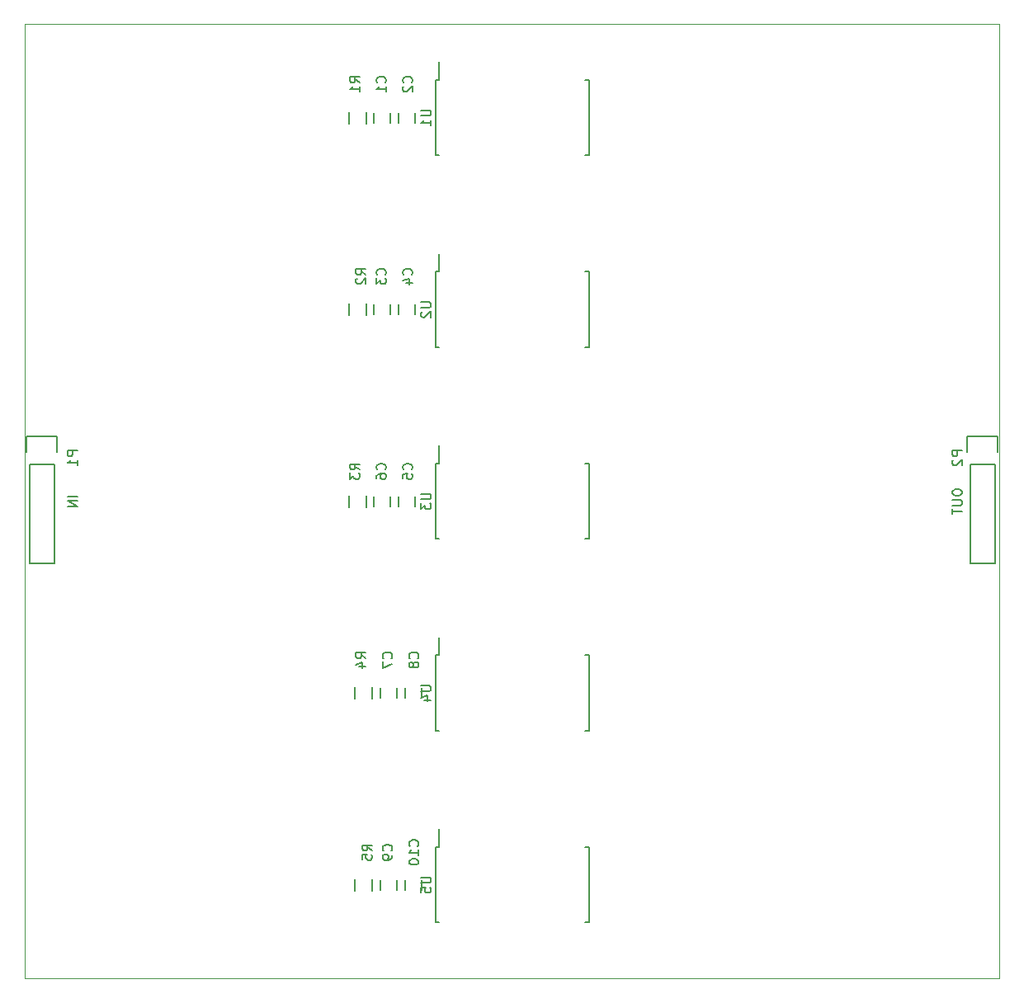
<source format=gbo>
G04 #@! TF.FileFunction,Legend,Bot*
%FSLAX46Y46*%
G04 Gerber Fmt 4.6, Leading zero omitted, Abs format (unit mm)*
G04 Created by KiCad (PCBNEW 4.0.2-stable) date 11/09/2016 10:57:48*
%MOMM*%
G01*
G04 APERTURE LIST*
%ADD10C,0.150000*%
%ADD11C,0.100000*%
%ADD12C,1.778000*%
%ADD13R,1.250000X1.000000*%
%ADD14C,4.500880*%
%ADD15R,2.032000X1.727200*%
%ADD16O,2.032000X1.727200*%
%ADD17R,1.300000X0.700000*%
%ADD18R,0.600000X2.000000*%
G04 APERTURE END LIST*
D10*
D11*
X50800000Y-29000000D02*
X50800000Y-127000000D01*
X150800000Y-29000000D02*
X150800000Y-127000000D01*
X50800000Y-29000000D02*
X150800000Y-29000000D01*
X150800000Y-127000000D02*
X50800000Y-127000000D01*
D10*
X88315000Y-38130000D02*
X88315000Y-39130000D01*
X86615000Y-39130000D02*
X86615000Y-38130000D01*
X90855000Y-38130000D02*
X90855000Y-39130000D01*
X89155000Y-39130000D02*
X89155000Y-38130000D01*
X88315000Y-57815000D02*
X88315000Y-58815000D01*
X86615000Y-58815000D02*
X86615000Y-57815000D01*
X90855000Y-57815000D02*
X90855000Y-58815000D01*
X89155000Y-58815000D02*
X89155000Y-57815000D01*
X90855000Y-77500000D02*
X90855000Y-78500000D01*
X89155000Y-78500000D02*
X89155000Y-77500000D01*
X88315000Y-77500000D02*
X88315000Y-78500000D01*
X86615000Y-78500000D02*
X86615000Y-77500000D01*
X88950000Y-97185000D02*
X88950000Y-98185000D01*
X87250000Y-98185000D02*
X87250000Y-97185000D01*
X91490000Y-97185000D02*
X91490000Y-98185000D01*
X89790000Y-98185000D02*
X89790000Y-97185000D01*
X88950000Y-116870000D02*
X88950000Y-117870000D01*
X87250000Y-117870000D02*
X87250000Y-116870000D01*
X91490000Y-116870000D02*
X91490000Y-117870000D01*
X89790000Y-117870000D02*
X89790000Y-116870000D01*
X53810000Y-74190000D02*
X53810000Y-84350000D01*
X53810000Y-84350000D02*
X51270000Y-84350000D01*
X51270000Y-84350000D02*
X51270000Y-74190000D01*
X54090000Y-71370000D02*
X54090000Y-72920000D01*
X53810000Y-74190000D02*
X51270000Y-74190000D01*
X50990000Y-72920000D02*
X50990000Y-71370000D01*
X50990000Y-71370000D02*
X54090000Y-71370000D01*
X150330000Y-74190000D02*
X150330000Y-84350000D01*
X150330000Y-84350000D02*
X147790000Y-84350000D01*
X147790000Y-84350000D02*
X147790000Y-74190000D01*
X150610000Y-71370000D02*
X150610000Y-72920000D01*
X150330000Y-74190000D02*
X147790000Y-74190000D01*
X147510000Y-72920000D02*
X147510000Y-71370000D01*
X147510000Y-71370000D02*
X150610000Y-71370000D01*
X84050000Y-38030000D02*
X84050000Y-39230000D01*
X85800000Y-39230000D02*
X85800000Y-38030000D01*
X84050000Y-57715000D02*
X84050000Y-58915000D01*
X85800000Y-58915000D02*
X85800000Y-57715000D01*
X84050000Y-77400000D02*
X84050000Y-78600000D01*
X85800000Y-78600000D02*
X85800000Y-77400000D01*
X84685000Y-97085000D02*
X84685000Y-98285000D01*
X86435000Y-98285000D02*
X86435000Y-97085000D01*
X84685000Y-116770000D02*
X84685000Y-117970000D01*
X86435000Y-117970000D02*
X86435000Y-116770000D01*
X92925000Y-34755000D02*
X93290000Y-34755000D01*
X92925000Y-42505000D02*
X93290000Y-42505000D01*
X108675000Y-42505000D02*
X108310000Y-42505000D01*
X108675000Y-34755000D02*
X108310000Y-34755000D01*
X92925000Y-34755000D02*
X92925000Y-42505000D01*
X108675000Y-34755000D02*
X108675000Y-42505000D01*
X93290000Y-34755000D02*
X93290000Y-32930000D01*
X92925000Y-54440000D02*
X93290000Y-54440000D01*
X92925000Y-62190000D02*
X93290000Y-62190000D01*
X108675000Y-62190000D02*
X108310000Y-62190000D01*
X108675000Y-54440000D02*
X108310000Y-54440000D01*
X92925000Y-54440000D02*
X92925000Y-62190000D01*
X108675000Y-54440000D02*
X108675000Y-62190000D01*
X93290000Y-54440000D02*
X93290000Y-52615000D01*
X92925000Y-74125000D02*
X93290000Y-74125000D01*
X92925000Y-81875000D02*
X93290000Y-81875000D01*
X108675000Y-81875000D02*
X108310000Y-81875000D01*
X108675000Y-74125000D02*
X108310000Y-74125000D01*
X92925000Y-74125000D02*
X92925000Y-81875000D01*
X108675000Y-74125000D02*
X108675000Y-81875000D01*
X93290000Y-74125000D02*
X93290000Y-72300000D01*
X92925000Y-93810000D02*
X93290000Y-93810000D01*
X92925000Y-101560000D02*
X93290000Y-101560000D01*
X108675000Y-101560000D02*
X108310000Y-101560000D01*
X108675000Y-93810000D02*
X108310000Y-93810000D01*
X92925000Y-93810000D02*
X92925000Y-101560000D01*
X108675000Y-93810000D02*
X108675000Y-101560000D01*
X93290000Y-93810000D02*
X93290000Y-91985000D01*
X92925000Y-113495000D02*
X93290000Y-113495000D01*
X92925000Y-121245000D02*
X93290000Y-121245000D01*
X108675000Y-121245000D02*
X108310000Y-121245000D01*
X108675000Y-113495000D02*
X108310000Y-113495000D01*
X92925000Y-113495000D02*
X92925000Y-121245000D01*
X108675000Y-113495000D02*
X108675000Y-121245000D01*
X93290000Y-113495000D02*
X93290000Y-111670000D01*
X87762143Y-35023334D02*
X87809762Y-34975715D01*
X87857381Y-34832858D01*
X87857381Y-34737620D01*
X87809762Y-34594762D01*
X87714524Y-34499524D01*
X87619286Y-34451905D01*
X87428810Y-34404286D01*
X87285952Y-34404286D01*
X87095476Y-34451905D01*
X87000238Y-34499524D01*
X86905000Y-34594762D01*
X86857381Y-34737620D01*
X86857381Y-34832858D01*
X86905000Y-34975715D01*
X86952619Y-35023334D01*
X87857381Y-35975715D02*
X87857381Y-35404286D01*
X87857381Y-35690000D02*
X86857381Y-35690000D01*
X87000238Y-35594762D01*
X87095476Y-35499524D01*
X87143095Y-35404286D01*
X90477143Y-35023334D02*
X90524762Y-34975715D01*
X90572381Y-34832858D01*
X90572381Y-34737620D01*
X90524762Y-34594762D01*
X90429524Y-34499524D01*
X90334286Y-34451905D01*
X90143810Y-34404286D01*
X90000952Y-34404286D01*
X89810476Y-34451905D01*
X89715238Y-34499524D01*
X89620000Y-34594762D01*
X89572381Y-34737620D01*
X89572381Y-34832858D01*
X89620000Y-34975715D01*
X89667619Y-35023334D01*
X89667619Y-35404286D02*
X89620000Y-35451905D01*
X89572381Y-35547143D01*
X89572381Y-35785239D01*
X89620000Y-35880477D01*
X89667619Y-35928096D01*
X89762857Y-35975715D01*
X89858095Y-35975715D01*
X90000952Y-35928096D01*
X90572381Y-35356667D01*
X90572381Y-35975715D01*
X87762143Y-54758334D02*
X87809762Y-54710715D01*
X87857381Y-54567858D01*
X87857381Y-54472620D01*
X87809762Y-54329762D01*
X87714524Y-54234524D01*
X87619286Y-54186905D01*
X87428810Y-54139286D01*
X87285952Y-54139286D01*
X87095476Y-54186905D01*
X87000238Y-54234524D01*
X86905000Y-54329762D01*
X86857381Y-54472620D01*
X86857381Y-54567858D01*
X86905000Y-54710715D01*
X86952619Y-54758334D01*
X86857381Y-55091667D02*
X86857381Y-55710715D01*
X87238333Y-55377381D01*
X87238333Y-55520239D01*
X87285952Y-55615477D01*
X87333571Y-55663096D01*
X87428810Y-55710715D01*
X87666905Y-55710715D01*
X87762143Y-55663096D01*
X87809762Y-55615477D01*
X87857381Y-55520239D01*
X87857381Y-55234524D01*
X87809762Y-55139286D01*
X87762143Y-55091667D01*
X90477143Y-54758334D02*
X90524762Y-54710715D01*
X90572381Y-54567858D01*
X90572381Y-54472620D01*
X90524762Y-54329762D01*
X90429524Y-54234524D01*
X90334286Y-54186905D01*
X90143810Y-54139286D01*
X90000952Y-54139286D01*
X89810476Y-54186905D01*
X89715238Y-54234524D01*
X89620000Y-54329762D01*
X89572381Y-54472620D01*
X89572381Y-54567858D01*
X89620000Y-54710715D01*
X89667619Y-54758334D01*
X89905714Y-55615477D02*
X90572381Y-55615477D01*
X89524762Y-55377381D02*
X90239048Y-55139286D01*
X90239048Y-55758334D01*
X90477143Y-74763334D02*
X90524762Y-74715715D01*
X90572381Y-74572858D01*
X90572381Y-74477620D01*
X90524762Y-74334762D01*
X90429524Y-74239524D01*
X90334286Y-74191905D01*
X90143810Y-74144286D01*
X90000952Y-74144286D01*
X89810476Y-74191905D01*
X89715238Y-74239524D01*
X89620000Y-74334762D01*
X89572381Y-74477620D01*
X89572381Y-74572858D01*
X89620000Y-74715715D01*
X89667619Y-74763334D01*
X89572381Y-75668096D02*
X89572381Y-75191905D01*
X90048571Y-75144286D01*
X90000952Y-75191905D01*
X89953333Y-75287143D01*
X89953333Y-75525239D01*
X90000952Y-75620477D01*
X90048571Y-75668096D01*
X90143810Y-75715715D01*
X90381905Y-75715715D01*
X90477143Y-75668096D01*
X90524762Y-75620477D01*
X90572381Y-75525239D01*
X90572381Y-75287143D01*
X90524762Y-75191905D01*
X90477143Y-75144286D01*
X87762143Y-74763334D02*
X87809762Y-74715715D01*
X87857381Y-74572858D01*
X87857381Y-74477620D01*
X87809762Y-74334762D01*
X87714524Y-74239524D01*
X87619286Y-74191905D01*
X87428810Y-74144286D01*
X87285952Y-74144286D01*
X87095476Y-74191905D01*
X87000238Y-74239524D01*
X86905000Y-74334762D01*
X86857381Y-74477620D01*
X86857381Y-74572858D01*
X86905000Y-74715715D01*
X86952619Y-74763334D01*
X86857381Y-75620477D02*
X86857381Y-75430000D01*
X86905000Y-75334762D01*
X86952619Y-75287143D01*
X87095476Y-75191905D01*
X87285952Y-75144286D01*
X87666905Y-75144286D01*
X87762143Y-75191905D01*
X87809762Y-75239524D01*
X87857381Y-75334762D01*
X87857381Y-75525239D01*
X87809762Y-75620477D01*
X87762143Y-75668096D01*
X87666905Y-75715715D01*
X87428810Y-75715715D01*
X87333571Y-75668096D01*
X87285952Y-75620477D01*
X87238333Y-75525239D01*
X87238333Y-75334762D01*
X87285952Y-75239524D01*
X87333571Y-75191905D01*
X87428810Y-75144286D01*
X88397143Y-94133334D02*
X88444762Y-94085715D01*
X88492381Y-93942858D01*
X88492381Y-93847620D01*
X88444762Y-93704762D01*
X88349524Y-93609524D01*
X88254286Y-93561905D01*
X88063810Y-93514286D01*
X87920952Y-93514286D01*
X87730476Y-93561905D01*
X87635238Y-93609524D01*
X87540000Y-93704762D01*
X87492381Y-93847620D01*
X87492381Y-93942858D01*
X87540000Y-94085715D01*
X87587619Y-94133334D01*
X87492381Y-94466667D02*
X87492381Y-95133334D01*
X88492381Y-94704762D01*
X91112143Y-94133334D02*
X91159762Y-94085715D01*
X91207381Y-93942858D01*
X91207381Y-93847620D01*
X91159762Y-93704762D01*
X91064524Y-93609524D01*
X90969286Y-93561905D01*
X90778810Y-93514286D01*
X90635952Y-93514286D01*
X90445476Y-93561905D01*
X90350238Y-93609524D01*
X90255000Y-93704762D01*
X90207381Y-93847620D01*
X90207381Y-93942858D01*
X90255000Y-94085715D01*
X90302619Y-94133334D01*
X90635952Y-94704762D02*
X90588333Y-94609524D01*
X90540714Y-94561905D01*
X90445476Y-94514286D01*
X90397857Y-94514286D01*
X90302619Y-94561905D01*
X90255000Y-94609524D01*
X90207381Y-94704762D01*
X90207381Y-94895239D01*
X90255000Y-94990477D01*
X90302619Y-95038096D01*
X90397857Y-95085715D01*
X90445476Y-95085715D01*
X90540714Y-95038096D01*
X90588333Y-94990477D01*
X90635952Y-94895239D01*
X90635952Y-94704762D01*
X90683571Y-94609524D01*
X90731190Y-94561905D01*
X90826429Y-94514286D01*
X91016905Y-94514286D01*
X91112143Y-94561905D01*
X91159762Y-94609524D01*
X91207381Y-94704762D01*
X91207381Y-94895239D01*
X91159762Y-94990477D01*
X91112143Y-95038096D01*
X91016905Y-95085715D01*
X90826429Y-95085715D01*
X90731190Y-95038096D01*
X90683571Y-94990477D01*
X90635952Y-94895239D01*
X88397143Y-113868334D02*
X88444762Y-113820715D01*
X88492381Y-113677858D01*
X88492381Y-113582620D01*
X88444762Y-113439762D01*
X88349524Y-113344524D01*
X88254286Y-113296905D01*
X88063810Y-113249286D01*
X87920952Y-113249286D01*
X87730476Y-113296905D01*
X87635238Y-113344524D01*
X87540000Y-113439762D01*
X87492381Y-113582620D01*
X87492381Y-113677858D01*
X87540000Y-113820715D01*
X87587619Y-113868334D01*
X88492381Y-114344524D02*
X88492381Y-114535000D01*
X88444762Y-114630239D01*
X88397143Y-114677858D01*
X88254286Y-114773096D01*
X88063810Y-114820715D01*
X87682857Y-114820715D01*
X87587619Y-114773096D01*
X87540000Y-114725477D01*
X87492381Y-114630239D01*
X87492381Y-114439762D01*
X87540000Y-114344524D01*
X87587619Y-114296905D01*
X87682857Y-114249286D01*
X87920952Y-114249286D01*
X88016190Y-114296905D01*
X88063810Y-114344524D01*
X88111429Y-114439762D01*
X88111429Y-114630239D01*
X88063810Y-114725477D01*
X88016190Y-114773096D01*
X87920952Y-114820715D01*
X91112143Y-113392143D02*
X91159762Y-113344524D01*
X91207381Y-113201667D01*
X91207381Y-113106429D01*
X91159762Y-112963571D01*
X91064524Y-112868333D01*
X90969286Y-112820714D01*
X90778810Y-112773095D01*
X90635952Y-112773095D01*
X90445476Y-112820714D01*
X90350238Y-112868333D01*
X90255000Y-112963571D01*
X90207381Y-113106429D01*
X90207381Y-113201667D01*
X90255000Y-113344524D01*
X90302619Y-113392143D01*
X91207381Y-114344524D02*
X91207381Y-113773095D01*
X91207381Y-114058809D02*
X90207381Y-114058809D01*
X90350238Y-113963571D01*
X90445476Y-113868333D01*
X90493095Y-113773095D01*
X90207381Y-114963571D02*
X90207381Y-115058810D01*
X90255000Y-115154048D01*
X90302619Y-115201667D01*
X90397857Y-115249286D01*
X90588333Y-115296905D01*
X90826429Y-115296905D01*
X91016905Y-115249286D01*
X91112143Y-115201667D01*
X91159762Y-115154048D01*
X91207381Y-115058810D01*
X91207381Y-114963571D01*
X91159762Y-114868333D01*
X91112143Y-114820714D01*
X91016905Y-114773095D01*
X90826429Y-114725476D01*
X90588333Y-114725476D01*
X90397857Y-114773095D01*
X90302619Y-114820714D01*
X90255000Y-114868333D01*
X90207381Y-114963571D01*
X56167381Y-72816905D02*
X55167381Y-72816905D01*
X55167381Y-73197858D01*
X55215000Y-73293096D01*
X55262619Y-73340715D01*
X55357857Y-73388334D01*
X55500714Y-73388334D01*
X55595952Y-73340715D01*
X55643571Y-73293096D01*
X55691190Y-73197858D01*
X55691190Y-72816905D01*
X56167381Y-74340715D02*
X56167381Y-73769286D01*
X56167381Y-74055000D02*
X55167381Y-74055000D01*
X55310238Y-73959762D01*
X55405476Y-73864524D01*
X55453095Y-73769286D01*
X56167381Y-77476191D02*
X55167381Y-77476191D01*
X56167381Y-77952381D02*
X55167381Y-77952381D01*
X56167381Y-78523810D01*
X55167381Y-78523810D01*
X146972381Y-72816905D02*
X145972381Y-72816905D01*
X145972381Y-73197858D01*
X146020000Y-73293096D01*
X146067619Y-73340715D01*
X146162857Y-73388334D01*
X146305714Y-73388334D01*
X146400952Y-73340715D01*
X146448571Y-73293096D01*
X146496190Y-73197858D01*
X146496190Y-72816905D01*
X146067619Y-73769286D02*
X146020000Y-73816905D01*
X145972381Y-73912143D01*
X145972381Y-74150239D01*
X146020000Y-74245477D01*
X146067619Y-74293096D01*
X146162857Y-74340715D01*
X146258095Y-74340715D01*
X146400952Y-74293096D01*
X146972381Y-73721667D01*
X146972381Y-74340715D01*
X145972381Y-77000000D02*
X145972381Y-77190477D01*
X146020000Y-77285715D01*
X146115238Y-77380953D01*
X146305714Y-77428572D01*
X146639048Y-77428572D01*
X146829524Y-77380953D01*
X146924762Y-77285715D01*
X146972381Y-77190477D01*
X146972381Y-77000000D01*
X146924762Y-76904762D01*
X146829524Y-76809524D01*
X146639048Y-76761905D01*
X146305714Y-76761905D01*
X146115238Y-76809524D01*
X146020000Y-76904762D01*
X145972381Y-77000000D01*
X145972381Y-77857143D02*
X146781905Y-77857143D01*
X146877143Y-77904762D01*
X146924762Y-77952381D01*
X146972381Y-78047619D01*
X146972381Y-78238096D01*
X146924762Y-78333334D01*
X146877143Y-78380953D01*
X146781905Y-78428572D01*
X145972381Y-78428572D01*
X145972381Y-78761905D02*
X145972381Y-79333334D01*
X146972381Y-79047619D02*
X145972381Y-79047619D01*
X85142381Y-35023334D02*
X84666190Y-34690000D01*
X85142381Y-34451905D02*
X84142381Y-34451905D01*
X84142381Y-34832858D01*
X84190000Y-34928096D01*
X84237619Y-34975715D01*
X84332857Y-35023334D01*
X84475714Y-35023334D01*
X84570952Y-34975715D01*
X84618571Y-34928096D01*
X84666190Y-34832858D01*
X84666190Y-34451905D01*
X85142381Y-35975715D02*
X85142381Y-35404286D01*
X85142381Y-35690000D02*
X84142381Y-35690000D01*
X84285238Y-35594762D01*
X84380476Y-35499524D01*
X84428095Y-35404286D01*
X85777381Y-54758334D02*
X85301190Y-54425000D01*
X85777381Y-54186905D02*
X84777381Y-54186905D01*
X84777381Y-54567858D01*
X84825000Y-54663096D01*
X84872619Y-54710715D01*
X84967857Y-54758334D01*
X85110714Y-54758334D01*
X85205952Y-54710715D01*
X85253571Y-54663096D01*
X85301190Y-54567858D01*
X85301190Y-54186905D01*
X84872619Y-55139286D02*
X84825000Y-55186905D01*
X84777381Y-55282143D01*
X84777381Y-55520239D01*
X84825000Y-55615477D01*
X84872619Y-55663096D01*
X84967857Y-55710715D01*
X85063095Y-55710715D01*
X85205952Y-55663096D01*
X85777381Y-55091667D01*
X85777381Y-55710715D01*
X85142381Y-74763334D02*
X84666190Y-74430000D01*
X85142381Y-74191905D02*
X84142381Y-74191905D01*
X84142381Y-74572858D01*
X84190000Y-74668096D01*
X84237619Y-74715715D01*
X84332857Y-74763334D01*
X84475714Y-74763334D01*
X84570952Y-74715715D01*
X84618571Y-74668096D01*
X84666190Y-74572858D01*
X84666190Y-74191905D01*
X84142381Y-75096667D02*
X84142381Y-75715715D01*
X84523333Y-75382381D01*
X84523333Y-75525239D01*
X84570952Y-75620477D01*
X84618571Y-75668096D01*
X84713810Y-75715715D01*
X84951905Y-75715715D01*
X85047143Y-75668096D01*
X85094762Y-75620477D01*
X85142381Y-75525239D01*
X85142381Y-75239524D01*
X85094762Y-75144286D01*
X85047143Y-75096667D01*
X85777381Y-94133334D02*
X85301190Y-93800000D01*
X85777381Y-93561905D02*
X84777381Y-93561905D01*
X84777381Y-93942858D01*
X84825000Y-94038096D01*
X84872619Y-94085715D01*
X84967857Y-94133334D01*
X85110714Y-94133334D01*
X85205952Y-94085715D01*
X85253571Y-94038096D01*
X85301190Y-93942858D01*
X85301190Y-93561905D01*
X85110714Y-94990477D02*
X85777381Y-94990477D01*
X84729762Y-94752381D02*
X85444048Y-94514286D01*
X85444048Y-95133334D01*
X86412381Y-113868334D02*
X85936190Y-113535000D01*
X86412381Y-113296905D02*
X85412381Y-113296905D01*
X85412381Y-113677858D01*
X85460000Y-113773096D01*
X85507619Y-113820715D01*
X85602857Y-113868334D01*
X85745714Y-113868334D01*
X85840952Y-113820715D01*
X85888571Y-113773096D01*
X85936190Y-113677858D01*
X85936190Y-113296905D01*
X85412381Y-114773096D02*
X85412381Y-114296905D01*
X85888571Y-114249286D01*
X85840952Y-114296905D01*
X85793333Y-114392143D01*
X85793333Y-114630239D01*
X85840952Y-114725477D01*
X85888571Y-114773096D01*
X85983810Y-114820715D01*
X86221905Y-114820715D01*
X86317143Y-114773096D01*
X86364762Y-114725477D01*
X86412381Y-114630239D01*
X86412381Y-114392143D01*
X86364762Y-114296905D01*
X86317143Y-114249286D01*
X91452381Y-37868095D02*
X92261905Y-37868095D01*
X92357143Y-37915714D01*
X92404762Y-37963333D01*
X92452381Y-38058571D01*
X92452381Y-38249048D01*
X92404762Y-38344286D01*
X92357143Y-38391905D01*
X92261905Y-38439524D01*
X91452381Y-38439524D01*
X92452381Y-39439524D02*
X92452381Y-38868095D01*
X92452381Y-39153809D02*
X91452381Y-39153809D01*
X91595238Y-39058571D01*
X91690476Y-38963333D01*
X91738095Y-38868095D01*
X91452381Y-57553095D02*
X92261905Y-57553095D01*
X92357143Y-57600714D01*
X92404762Y-57648333D01*
X92452381Y-57743571D01*
X92452381Y-57934048D01*
X92404762Y-58029286D01*
X92357143Y-58076905D01*
X92261905Y-58124524D01*
X91452381Y-58124524D01*
X91547619Y-58553095D02*
X91500000Y-58600714D01*
X91452381Y-58695952D01*
X91452381Y-58934048D01*
X91500000Y-59029286D01*
X91547619Y-59076905D01*
X91642857Y-59124524D01*
X91738095Y-59124524D01*
X91880952Y-59076905D01*
X92452381Y-58505476D01*
X92452381Y-59124524D01*
X91452381Y-77238095D02*
X92261905Y-77238095D01*
X92357143Y-77285714D01*
X92404762Y-77333333D01*
X92452381Y-77428571D01*
X92452381Y-77619048D01*
X92404762Y-77714286D01*
X92357143Y-77761905D01*
X92261905Y-77809524D01*
X91452381Y-77809524D01*
X91452381Y-78190476D02*
X91452381Y-78809524D01*
X91833333Y-78476190D01*
X91833333Y-78619048D01*
X91880952Y-78714286D01*
X91928571Y-78761905D01*
X92023810Y-78809524D01*
X92261905Y-78809524D01*
X92357143Y-78761905D01*
X92404762Y-78714286D01*
X92452381Y-78619048D01*
X92452381Y-78333333D01*
X92404762Y-78238095D01*
X92357143Y-78190476D01*
X91452381Y-96923095D02*
X92261905Y-96923095D01*
X92357143Y-96970714D01*
X92404762Y-97018333D01*
X92452381Y-97113571D01*
X92452381Y-97304048D01*
X92404762Y-97399286D01*
X92357143Y-97446905D01*
X92261905Y-97494524D01*
X91452381Y-97494524D01*
X91785714Y-98399286D02*
X92452381Y-98399286D01*
X91404762Y-98161190D02*
X92119048Y-97923095D01*
X92119048Y-98542143D01*
X91452381Y-116608095D02*
X92261905Y-116608095D01*
X92357143Y-116655714D01*
X92404762Y-116703333D01*
X92452381Y-116798571D01*
X92452381Y-116989048D01*
X92404762Y-117084286D01*
X92357143Y-117131905D01*
X92261905Y-117179524D01*
X91452381Y-117179524D01*
X91452381Y-118131905D02*
X91452381Y-117655714D01*
X91928571Y-117608095D01*
X91880952Y-117655714D01*
X91833333Y-117750952D01*
X91833333Y-117989048D01*
X91880952Y-118084286D01*
X91928571Y-118131905D01*
X92023810Y-118179524D01*
X92261905Y-118179524D01*
X92357143Y-118131905D01*
X92404762Y-118084286D01*
X92452381Y-117989048D01*
X92452381Y-117750952D01*
X92404762Y-117655714D01*
X92357143Y-117608095D01*
%LPC*%
D12*
X69050000Y-46250000D03*
X71590000Y-46250000D03*
X74130000Y-46250000D03*
X76670000Y-46250000D03*
X79210000Y-46250000D03*
X81750000Y-46250000D03*
X81750000Y-31010000D03*
X79210000Y-31010000D03*
X74130000Y-31010000D03*
X76670000Y-31010000D03*
X71590000Y-31010000D03*
X69050000Y-31010000D03*
D13*
X87465000Y-39630000D03*
X87465000Y-37630000D03*
X90005000Y-39630000D03*
X90005000Y-37630000D03*
X87465000Y-59315000D03*
X87465000Y-57315000D03*
X90005000Y-59315000D03*
X90005000Y-57315000D03*
X90005000Y-79000000D03*
X90005000Y-77000000D03*
X87465000Y-79000000D03*
X87465000Y-77000000D03*
X88100000Y-98685000D03*
X88100000Y-96685000D03*
X90640000Y-98685000D03*
X90640000Y-96685000D03*
X88100000Y-118370000D03*
X88100000Y-116370000D03*
X90640000Y-118370000D03*
X90640000Y-116370000D03*
D14*
X140800000Y-118000000D03*
X140800000Y-38000000D03*
X60800000Y-118000000D03*
X60800000Y-38000000D03*
D15*
X52540000Y-72920000D03*
D16*
X52540000Y-75460000D03*
X52540000Y-78000000D03*
X52540000Y-80540000D03*
X52540000Y-83080000D03*
D15*
X149060000Y-72920000D03*
D16*
X149060000Y-75460000D03*
X149060000Y-78000000D03*
X149060000Y-80540000D03*
X149060000Y-83080000D03*
D17*
X84925000Y-39580000D03*
X84925000Y-37680000D03*
X84925000Y-59265000D03*
X84925000Y-57365000D03*
X84925000Y-78950000D03*
X84925000Y-77050000D03*
X85560000Y-98635000D03*
X85560000Y-96735000D03*
X85560000Y-118320000D03*
X85560000Y-116420000D03*
D12*
X119850000Y-46250000D03*
X122390000Y-46250000D03*
X124930000Y-46250000D03*
X127470000Y-46250000D03*
X130010000Y-46250000D03*
X132550000Y-46250000D03*
X132550000Y-31010000D03*
X130010000Y-31010000D03*
X124930000Y-31010000D03*
X127470000Y-31010000D03*
X122390000Y-31010000D03*
X119850000Y-31010000D03*
X69050000Y-65935000D03*
X71590000Y-65935000D03*
X74130000Y-65935000D03*
X76670000Y-65935000D03*
X79210000Y-65935000D03*
X81750000Y-65935000D03*
X81750000Y-50695000D03*
X79210000Y-50695000D03*
X74130000Y-50695000D03*
X76670000Y-50695000D03*
X71590000Y-50695000D03*
X69050000Y-50695000D03*
X119850000Y-65935000D03*
X122390000Y-65935000D03*
X124930000Y-65935000D03*
X127470000Y-65935000D03*
X130010000Y-65935000D03*
X132550000Y-65935000D03*
X132550000Y-50695000D03*
X130010000Y-50695000D03*
X124930000Y-50695000D03*
X127470000Y-50695000D03*
X122390000Y-50695000D03*
X119850000Y-50695000D03*
X69050000Y-85620000D03*
X71590000Y-85620000D03*
X74130000Y-85620000D03*
X76670000Y-85620000D03*
X79210000Y-85620000D03*
X81750000Y-85620000D03*
X81750000Y-70380000D03*
X79210000Y-70380000D03*
X74130000Y-70380000D03*
X76670000Y-70380000D03*
X71590000Y-70380000D03*
X69050000Y-70380000D03*
X119850000Y-85620000D03*
X122390000Y-85620000D03*
X124930000Y-85620000D03*
X127470000Y-85620000D03*
X130010000Y-85620000D03*
X132550000Y-85620000D03*
X132550000Y-70380000D03*
X130010000Y-70380000D03*
X124930000Y-70380000D03*
X127470000Y-70380000D03*
X122390000Y-70380000D03*
X119850000Y-70380000D03*
X69050000Y-105305000D03*
X71590000Y-105305000D03*
X74130000Y-105305000D03*
X76670000Y-105305000D03*
X79210000Y-105305000D03*
X81750000Y-105305000D03*
X81750000Y-90065000D03*
X79210000Y-90065000D03*
X74130000Y-90065000D03*
X76670000Y-90065000D03*
X71590000Y-90065000D03*
X69050000Y-90065000D03*
X119850000Y-105305000D03*
X122390000Y-105305000D03*
X124930000Y-105305000D03*
X127470000Y-105305000D03*
X130010000Y-105305000D03*
X132550000Y-105305000D03*
X132550000Y-90065000D03*
X130010000Y-90065000D03*
X124930000Y-90065000D03*
X127470000Y-90065000D03*
X122390000Y-90065000D03*
X119850000Y-90065000D03*
X69050000Y-124990000D03*
X71590000Y-124990000D03*
X74130000Y-124990000D03*
X76670000Y-124990000D03*
X79210000Y-124990000D03*
X81750000Y-124990000D03*
X81750000Y-109750000D03*
X79210000Y-109750000D03*
X74130000Y-109750000D03*
X76670000Y-109750000D03*
X71590000Y-109750000D03*
X69050000Y-109750000D03*
X119850000Y-124990000D03*
X122390000Y-124990000D03*
X124930000Y-124990000D03*
X127470000Y-124990000D03*
X130010000Y-124990000D03*
X132550000Y-124990000D03*
X132550000Y-109750000D03*
X130010000Y-109750000D03*
X124930000Y-109750000D03*
X127470000Y-109750000D03*
X122390000Y-109750000D03*
X119850000Y-109750000D03*
D18*
X93815000Y-33930000D03*
X95085000Y-33930000D03*
X96355000Y-33930000D03*
X97625000Y-33930000D03*
X98895000Y-33930000D03*
X100165000Y-33930000D03*
X101435000Y-33930000D03*
X102705000Y-33930000D03*
X103975000Y-33930000D03*
X105245000Y-33930000D03*
X106515000Y-33930000D03*
X107785000Y-33930000D03*
X107785000Y-43330000D03*
X106515000Y-43330000D03*
X105245000Y-43330000D03*
X103975000Y-43330000D03*
X102705000Y-43330000D03*
X101435000Y-43330000D03*
X100165000Y-43330000D03*
X98895000Y-43330000D03*
X97625000Y-43330000D03*
X96355000Y-43330000D03*
X95085000Y-43330000D03*
X93815000Y-43330000D03*
X93815000Y-53615000D03*
X95085000Y-53615000D03*
X96355000Y-53615000D03*
X97625000Y-53615000D03*
X98895000Y-53615000D03*
X100165000Y-53615000D03*
X101435000Y-53615000D03*
X102705000Y-53615000D03*
X103975000Y-53615000D03*
X105245000Y-53615000D03*
X106515000Y-53615000D03*
X107785000Y-53615000D03*
X107785000Y-63015000D03*
X106515000Y-63015000D03*
X105245000Y-63015000D03*
X103975000Y-63015000D03*
X102705000Y-63015000D03*
X101435000Y-63015000D03*
X100165000Y-63015000D03*
X98895000Y-63015000D03*
X97625000Y-63015000D03*
X96355000Y-63015000D03*
X95085000Y-63015000D03*
X93815000Y-63015000D03*
X93815000Y-73300000D03*
X95085000Y-73300000D03*
X96355000Y-73300000D03*
X97625000Y-73300000D03*
X98895000Y-73300000D03*
X100165000Y-73300000D03*
X101435000Y-73300000D03*
X102705000Y-73300000D03*
X103975000Y-73300000D03*
X105245000Y-73300000D03*
X106515000Y-73300000D03*
X107785000Y-73300000D03*
X107785000Y-82700000D03*
X106515000Y-82700000D03*
X105245000Y-82700000D03*
X103975000Y-82700000D03*
X102705000Y-82700000D03*
X101435000Y-82700000D03*
X100165000Y-82700000D03*
X98895000Y-82700000D03*
X97625000Y-82700000D03*
X96355000Y-82700000D03*
X95085000Y-82700000D03*
X93815000Y-82700000D03*
X93815000Y-92985000D03*
X95085000Y-92985000D03*
X96355000Y-92985000D03*
X97625000Y-92985000D03*
X98895000Y-92985000D03*
X100165000Y-92985000D03*
X101435000Y-92985000D03*
X102705000Y-92985000D03*
X103975000Y-92985000D03*
X105245000Y-92985000D03*
X106515000Y-92985000D03*
X107785000Y-92985000D03*
X107785000Y-102385000D03*
X106515000Y-102385000D03*
X105245000Y-102385000D03*
X103975000Y-102385000D03*
X102705000Y-102385000D03*
X101435000Y-102385000D03*
X100165000Y-102385000D03*
X98895000Y-102385000D03*
X97625000Y-102385000D03*
X96355000Y-102385000D03*
X95085000Y-102385000D03*
X93815000Y-102385000D03*
X93815000Y-112670000D03*
X95085000Y-112670000D03*
X96355000Y-112670000D03*
X97625000Y-112670000D03*
X98895000Y-112670000D03*
X100165000Y-112670000D03*
X101435000Y-112670000D03*
X102705000Y-112670000D03*
X103975000Y-112670000D03*
X105245000Y-112670000D03*
X106515000Y-112670000D03*
X107785000Y-112670000D03*
X107785000Y-122070000D03*
X106515000Y-122070000D03*
X105245000Y-122070000D03*
X103975000Y-122070000D03*
X102705000Y-122070000D03*
X101435000Y-122070000D03*
X100165000Y-122070000D03*
X98895000Y-122070000D03*
X97625000Y-122070000D03*
X96355000Y-122070000D03*
X95085000Y-122070000D03*
X93815000Y-122070000D03*
M02*

</source>
